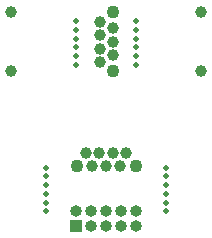
<source format=gbr>
%TF.GenerationSoftware,KiCad,Pcbnew,8.99.0-unknown-ac73616e7c~181~ubuntu24.04.1*%
%TF.CreationDate,2024-12-23T20:21:58-05:00*%
%TF.ProjectId,EZConnect,455a436f-6e6e-4656-9374-2e6b69636164,rev?*%
%TF.SameCoordinates,Original*%
%TF.FileFunction,Soldermask,Bot*%
%TF.FilePolarity,Negative*%
%FSLAX46Y46*%
G04 Gerber Fmt 4.6, Leading zero omitted, Abs format (unit mm)*
G04 Created by KiCad (PCBNEW 8.99.0-unknown-ac73616e7c~181~ubuntu24.04.1) date 2024-12-23 20:21:58*
%MOMM*%
%LPD*%
G01*
G04 APERTURE LIST*
%ADD10C,1.000000*%
%ADD11C,1.100000*%
%ADD12C,0.500000*%
%ADD13R,1.000000X1.000000*%
%ADD14O,1.000000X1.000000*%
G04 APERTURE END LIST*
D10*
%TO.C,J2*%
X153375000Y-105950000D03*
X154525000Y-105950000D03*
X155675000Y-105950000D03*
X156825000Y-105950000D03*
X153950000Y-107050000D03*
X155100000Y-107050000D03*
X156250000Y-107050000D03*
D11*
X152600000Y-107050000D03*
X157600000Y-107050000D03*
%TD*%
D10*
%TO.C,J1*%
X154550000Y-98225000D03*
X154550000Y-97075000D03*
X154550000Y-95925000D03*
X154550000Y-94775000D03*
X155650000Y-97650000D03*
X155650000Y-96500000D03*
X155650000Y-95350000D03*
D11*
X155650000Y-99000000D03*
X155650000Y-94000000D03*
%TD*%
D12*
%TO.C,H3*%
X150050000Y-107150000D03*
X150050000Y-107890000D03*
X150050000Y-108630000D03*
X150050000Y-109370000D03*
X150050000Y-110110000D03*
X150050000Y-110850000D03*
%TD*%
%TO.C,H2*%
X157650000Y-98450000D03*
X157650000Y-97710000D03*
X157650000Y-96970000D03*
X157650000Y-96230000D03*
X157650000Y-95490000D03*
X157650000Y-94750000D03*
%TD*%
%TO.C,H1*%
X152550000Y-94750000D03*
X152550000Y-95490000D03*
X152550000Y-96230000D03*
X152550000Y-96970000D03*
X152550000Y-97710000D03*
X152550000Y-98450000D03*
%TD*%
D10*
%TO.C,J5*%
X147050000Y-94000000D03*
X147050000Y-99000000D03*
%TD*%
D13*
%TO.C,J3*%
X152550000Y-112125000D03*
D14*
X152550000Y-110855000D03*
X153820000Y-112125000D03*
X153820000Y-110855000D03*
X155090000Y-112125000D03*
X155090000Y-110855000D03*
X156360000Y-112125000D03*
X156360000Y-110855000D03*
X157630000Y-112125000D03*
X157630000Y-110855000D03*
%TD*%
D10*
%TO.C,J4*%
X163150000Y-99000000D03*
X163150000Y-94000000D03*
%TD*%
D12*
%TO.C,H4*%
X160150000Y-110850000D03*
X160150000Y-110110000D03*
X160150000Y-109370000D03*
X160150000Y-108630000D03*
X160150000Y-107890000D03*
X160150000Y-107150000D03*
%TD*%
M02*

</source>
